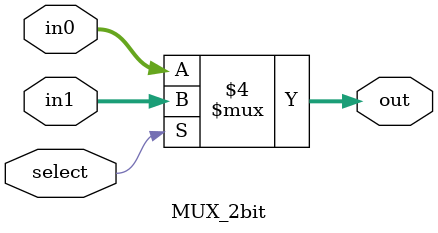
<source format=sv>
module MUX_4bit (
    input   logic [15:0] in0,
    input   logic [15:0] in1,
    input   logic [15:0] in2,
    input   logic [15:0] in3,
    input   logic [1:0] select,

    output  logic [15:0] out
);
    always_comb
    begin 
        if (select == 2'b00) begin
            out = in0;
        end
        else if (select == 2'b01) begin
            out = in1;
        end
        else if (select == 2'b10) begin
            out = in2;
        end
        else if (select == 2'b11) begin
            out = in3;
        end
    end
endmodule

module MUX_2bit (
    input logic [15:0] in0,
    input logic [15:0] in1,
    input logic select,
    
    output logic [15:0] out
);
    always_comb begin 
        if (select == 1'b0) begin
            out = in0;
        end else begin
            out = in1;
        end 
    end   
endmodule
</source>
